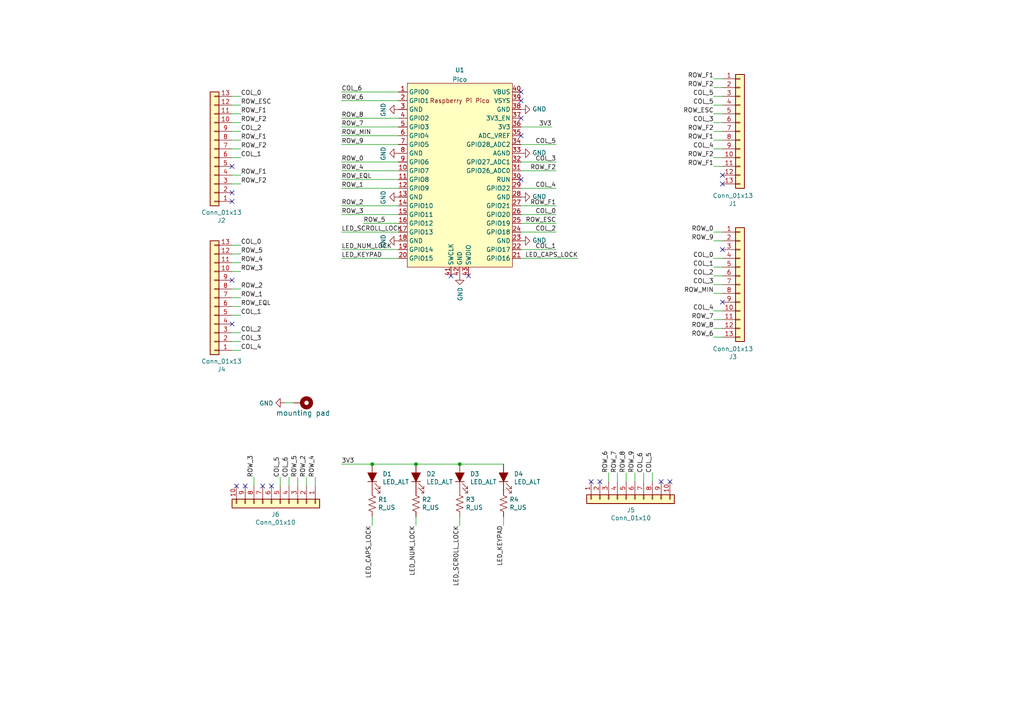
<source format=kicad_sch>
(kicad_sch (version 20211123) (generator eeschema)
  (paper "A4")
  (lib_symbols
    (symbol "MCU_RaspberryPi_and_Boards:Pico"
      (property "Reference" "U" (at -13.97 27.94 0))
      (property "Value" "Pico" (at 0 19.05 0))
      (symbol "Pico_0_0"
        (text "Raspberry Pi Pico" (at 0 21.59 0) (effects (font (size 1.27 1.27))))
      )
      (symbol "Pico_0_1"
        (rectangle (start -15.24 26.67) (end 15.24 -26.67) (fill (type background)))
      )
      (symbol "Pico_1_1"
        (pin bidirectional line (at -17.78 24.13 0) (length 2.54) (name "GPIO0") (number "1"))
        (pin bidirectional line (at -17.78 1.27 0) (length 2.54) (name "GPIO7") (number "10"))
        (pin bidirectional line (at -17.78 -1.27 0) (length 2.54) (name "GPIO8") (number "11"))
        (pin bidirectional line (at -17.78 -3.81 0) (length 2.54) (name "GPIO9") (number "12"))
        (pin power_in line (at -17.78 -6.35 0) (length 2.54) (name "GND") (number "13"))
        (pin bidirectional line (at -17.78 -8.89 0) (length 2.54) (name "GPIO10") (number "14"))
        (pin bidirectional line (at -17.78 -11.43 0) (length 2.54) (name "GPIO11") (number "15"))
        (pin bidirectional line (at -17.78 -13.97 0) (length 2.54) (name "GPIO12") (number "16"))
        (pin bidirectional line (at -17.78 -16.51 0) (length 2.54) (name "GPIO13") (number "17"))
        (pin power_in line (at -17.78 -19.05 0) (length 2.54) (name "GND") (number "18"))
        (pin bidirectional line (at -17.78 -21.59 0) (length 2.54) (name "GPIO14") (number "19"))
        (pin bidirectional line (at -17.78 21.59 0) (length 2.54) (name "GPIO1") (number "2"))
        (pin bidirectional line (at -17.78 -24.13 0) (length 2.54) (name "GPIO15") (number "20"))
        (pin bidirectional line (at 17.78 -24.13 180) (length 2.54) (name "GPIO16") (number "21"))
        (pin bidirectional line (at 17.78 -21.59 180) (length 2.54) (name "GPIO17") (number "22"))
        (pin power_in line (at 17.78 -19.05 180) (length 2.54) (name "GND") (number "23"))
        (pin bidirectional line (at 17.78 -16.51 180) (length 2.54) (name "GPIO18") (number "24"))
        (pin bidirectional line (at 17.78 -13.97 180) (length 2.54) (name "GPIO19") (number "25"))
        (pin bidirectional line (at 17.78 -11.43 180) (length 2.54) (name "GPIO20") (number "26"))
        (pin bidirectional line (at 17.78 -8.89 180) (length 2.54) (name "GPIO21") (number "27"))
        (pin power_in line (at 17.78 -6.35 180) (length 2.54) (name "GND") (number "28"))
        (pin bidirectional line (at 17.78 -3.81 180) (length 2.54) (name "GPIO22") (number "29"))
        (pin power_in line (at -17.78 19.05 0) (length 2.54) (name "GND") (number "3"))
        (pin input line (at 17.78 -1.27 180) (length 2.54) (name "RUN") (number "30"))
        (pin bidirectional line (at 17.78 1.27 180) (length 2.54) (name "GPIO26_ADC0") (number "31"))
        (pin bidirectional line (at 17.78 3.81 180) (length 2.54) (name "GPIO27_ADC1") (number "32"))
        (pin power_in line (at 17.78 6.35 180) (length 2.54) (name "AGND") (number "33"))
        (pin bidirectional line (at 17.78 8.89 180) (length 2.54) (name "GPIO28_ADC2") (number "34"))
        (pin power_in line (at 17.78 11.43 180) (length 2.54) (name "ADC_VREF") (number "35"))
        (pin power_in line (at 17.78 13.97 180) (length 2.54) (name "3V3") (number "36"))
        (pin input line (at 17.78 16.51 180) (length 2.54) (name "3V3_EN") (number "37"))
        (pin bidirectional line (at 17.78 19.05 180) (length 2.54) (name "GND") (number "38"))
        (pin power_in line (at 17.78 21.59 180) (length 2.54) (name "VSYS") (number "39"))
        (pin bidirectional line (at -17.78 16.51 0) (length 2.54) (name "GPIO2") (number "4"))
        (pin power_in line (at 17.78 24.13 180) (length 2.54) (name "VBUS") (number "40"))
        (pin input line (at -2.54 -29.21 90) (length 2.54) (name "SWCLK") (number "41"))
        (pin power_in line (at 0 -29.21 90) (length 2.54) (name "GND") (number "42"))
        (pin bidirectional line (at 2.54 -29.21 90) (length 2.54) (name "SWDIO") (number "43"))
        (pin bidirectional line (at -17.78 13.97 0) (length 2.54) (name "GPIO3") (number "5"))
        (pin bidirectional line (at -17.78 11.43 0) (length 2.54) (name "GPIO4") (number "6"))
        (pin bidirectional line (at -17.78 8.89 0) (length 2.54) (name "GPIO5") (number "7"))
        (pin power_in line (at -17.78 6.35 0) (length 2.54) (name "GND") (number "8"))
        (pin bidirectional line (at -17.78 3.81 0) (length 2.54) (name "GPIO6") (number "9"))
      )
    )
    (symbol "Mechanical:MountingHole_Pad" (pin_numbers hide) (pin_names (offset 1.016) hide)
      (property "Reference" "H" (at 0 6.35 0))
      (property "Value" "MountingHole_Pad" (at 0 4.445 0))
      (symbol "MountingHole_Pad_0_1"
        (circle (center 0 1.27) (radius 1.27) (stroke (width 1.27)))
      )
      (symbol "MountingHole_Pad_1_1"
        (pin input line (at 0 -2.54 90) (length 2.54) (name "1") (number "1"))
      )
    )
    (symbol "kicad_port-rescue:Conn_01x10-Connector_Generic" (pin_names (offset 1.016) hide)
      (property "Reference" "J" (at 0 12.7 0))
      (property "Value" "kicad_port-rescue_Conn_01x10-Connector_Generic" (at 0 -15.24 0))
      (symbol "Conn_01x10-Connector_Generic_1_1"
        (rectangle (start -1.27 -12.573) (end 0 -12.827) (stroke (width 0.1524)))
        (rectangle (start -1.27 -10.033) (end 0 -10.287) (stroke (width 0.1524)))
        (rectangle (start -1.27 -7.493) (end 0 -7.747) (stroke (width 0.1524)))
        (rectangle (start -1.27 -4.953) (end 0 -5.207) (stroke (width 0.1524)))
        (rectangle (start -1.27 -2.413) (end 0 -2.667) (stroke (width 0.1524)))
        (rectangle (start -1.27 0.127) (end 0 -0.127) (stroke (width 0.1524)))
        (rectangle (start -1.27 2.667) (end 0 2.413) (stroke (width 0.1524)))
        (rectangle (start -1.27 5.207) (end 0 4.953) (stroke (width 0.1524)))
        (rectangle (start -1.27 7.747) (end 0 7.493) (stroke (width 0.1524)))
        (rectangle (start -1.27 10.287) (end 0 10.033) (stroke (width 0.1524)))
        (rectangle (start -1.27 11.43) (end 1.27 -13.97) (stroke (width 0.254)) (fill (type background)))
        (pin passive line (at -5.08 10.16 0) (length 3.81) (name "Pin_1") (number "1"))
        (pin passive line (at -5.08 -12.7 0) (length 3.81) (name "Pin_10") (number "10"))
        (pin passive line (at -5.08 7.62 0) (length 3.81) (name "Pin_2") (number "2"))
        (pin passive line (at -5.08 5.08 0) (length 3.81) (name "Pin_3") (number "3"))
        (pin passive line (at -5.08 2.54 0) (length 3.81) (name "Pin_4") (number "4"))
        (pin passive line (at -5.08 0 0) (length 3.81) (name "Pin_5") (number "5"))
        (pin passive line (at -5.08 -2.54 0) (length 3.81) (name "Pin_6") (number "6"))
        (pin passive line (at -5.08 -5.08 0) (length 3.81) (name "Pin_7") (number "7"))
        (pin passive line (at -5.08 -7.62 0) (length 3.81) (name "Pin_8") (number "8"))
        (pin passive line (at -5.08 -10.16 0) (length 3.81) (name "Pin_9") (number "9"))
      )
    )
    (symbol "kicad_port-rescue:Conn_01x13-Connector_Generic" (pin_names (offset 1.016) hide)
      (property "Reference" "J" (at 0 17.78 0))
      (property "Value" "kicad_port-rescue_Conn_01x13-Connector_Generic" (at 0 -17.78 0))
      (symbol "Conn_01x13-Connector_Generic_1_1"
        (rectangle (start -1.27 -15.113) (end 0 -15.367) (stroke (width 0.1524)))
        (rectangle (start -1.27 -12.573) (end 0 -12.827) (stroke (width 0.1524)))
        (rectangle (start -1.27 -10.033) (end 0 -10.287) (stroke (width 0.1524)))
        (rectangle (start -1.27 -7.493) (end 0 -7.747) (stroke (width 0.1524)))
        (rectangle (start -1.27 -4.953) (end 0 -5.207) (stroke (width 0.1524)))
        (rectangle (start -1.27 -2.413) (end 0 -2.667) (stroke (width 0.1524)))
        (rectangle (start -1.27 0.127) (end 0 -0.127) (stroke (width 0.1524)))
        (rectangle (start -1.27 2.667) (end 0 2.413) (stroke (width 0.1524)))
        (rectangle (start -1.27 5.207) (end 0 4.953) (stroke (width 0.1524)))
        (rectangle (start -1.27 7.747) (end 0 7.493) (stroke (width 0.1524)))
        (rectangle (start -1.27 10.287) (end 0 10.033) (stroke (width 0.1524)))
        (rectangle (start -1.27 12.827) (end 0 12.573) (stroke (width 0.1524)))
        (rectangle (start -1.27 15.367) (end 0 15.113) (stroke (width 0.1524)))
        (rectangle (start -1.27 16.51) (end 1.27 -16.51) (stroke (width 0.254)) (fill (type background)))
        (pin passive line (at -5.08 15.24 0) (length 3.81) (name "Pin_1") (number "1"))
        (pin passive line (at -5.08 -7.62 0) (length 3.81) (name "Pin_10") (number "10"))
        (pin passive line (at -5.08 -10.16 0) (length 3.81) (name "Pin_11") (number "11"))
        (pin passive line (at -5.08 -12.7 0) (length 3.81) (name "Pin_12") (number "12"))
        (pin passive line (at -5.08 -15.24 0) (length 3.81) (name "Pin_13") (number "13"))
        (pin passive line (at -5.08 12.7 0) (length 3.81) (name "Pin_2") (number "2"))
        (pin passive line (at -5.08 10.16 0) (length 3.81) (name "Pin_3") (number "3"))
        (pin passive line (at -5.08 7.62 0) (length 3.81) (name "Pin_4") (number "4"))
        (pin passive line (at -5.08 5.08 0) (length 3.81) (name "Pin_5") (number "5"))
        (pin passive line (at -5.08 2.54 0) (length 3.81) (name "Pin_6") (number "6"))
        (pin passive line (at -5.08 0 0) (length 3.81) (name "Pin_7") (number "7"))
        (pin passive line (at -5.08 -2.54 0) (length 3.81) (name "Pin_8") (number "8"))
        (pin passive line (at -5.08 -5.08 0) (length 3.81) (name "Pin_9") (number "9"))
      )
    )
    (symbol "kicad_port-rescue:GND-power" (power) (pin_names (offset 0))
      (property "Value" "kicad_port-rescue_GND-power" (at 0 -3.81 0))
      (symbol "GND-power_0_1"
        (polyline (pts (xy 0 0) (xy 0 -1.27) (xy 1.27 -1.27) (xy 0 -2.54) (xy -1.27 -1.27) (xy 0 -1.27)))
      )
      (symbol "GND-power_1_1"
        (pin power_in line (at 0 0 270) (length 0) hide (name "GND") (number "1"))
      )
    )
    (symbol "kicad_port-rescue:LED_ALT-Device" (pin_numbers hide) (pin_names (offset 1.016) hide)
      (property "Reference" "D" (at 0 2.54 0))
      (property "Value" "kicad_port-rescue_LED_ALT-Device" (at 0 -2.54 0))
      (symbol "LED_ALT-Device_0_1"
        (polyline (pts (xy -1.27 -1.27) (xy -1.27 1.27)) (stroke (width 0.2032)))
        (polyline (pts (xy -1.27 0) (xy 1.27 0)))
        (polyline (pts (xy 1.27 -1.27) (xy 1.27 1.27) (xy -1.27 0) (xy 1.27 -1.27)) (stroke (width 0.2032)) (fill (type outline)))
        (polyline (pts (xy -3.048 -0.762) (xy -4.572 -2.286) (xy -3.81 -2.286) (xy -4.572 -2.286) (xy -4.572 -1.524)))
        (polyline (pts (xy -1.778 -0.762) (xy -3.302 -2.286) (xy -2.54 -2.286) (xy -3.302 -2.286) (xy -3.302 -1.524)))
      )
      (symbol "LED_ALT-Device_1_1"
        (pin passive line (at -3.81 0 0) (length 2.54) (name "K") (number "1"))
        (pin passive line (at 3.81 0 180) (length 2.54) (name "A") (number "2"))
      )
    )
    (symbol "kicad_port-rescue:R_US-Device" (pin_numbers hide) (pin_names (offset 0))
      (property "Reference" "R" (at 2.54 0 90))
      (property "Value" "kicad_port-rescue_R_US-Device" (at -2.54 0 90))
      (symbol "R_US-Device_0_1"
        (polyline (pts (xy 0 -2.286) (xy 0 -2.54)))
        (polyline (pts (xy 0 2.286) (xy 0 2.54)))
        (polyline (pts (xy 0 -0.762) (xy 1.016 -1.143) (xy 0 -1.524) (xy -1.016 -1.905) (xy 0 -2.286)))
        (polyline (pts (xy 0 0.762) (xy 1.016 0.381) (xy 0 0) (xy -1.016 -0.381) (xy 0 -0.762)))
        (polyline (pts (xy 0 2.286) (xy 1.016 1.905) (xy 0 1.524) (xy -1.016 1.143) (xy 0 0.762)))
      )
      (symbol "R_US-Device_1_1"
        (pin passive line (at 0 3.81 270) (length 1.27) (name "~") (number "1"))
        (pin passive line (at 0 -3.81 90) (length 1.27) (name "~") (number "2"))
      )
    )
    (symbol "power:GND" (power) (pin_names (offset 0))
      (property "Value" "GND" (at 0 -3.81 0))
      (symbol "GND_0_1"
        (polyline (pts (xy 0 0) (xy 0 -1.27) (xy 1.27 -1.27) (xy 0 -2.54) (xy -1.27 -1.27) (xy 0 -1.27)))
      )
      (symbol "GND_1_1"
        (pin power_in line (at 0 0 270) (length 0) hide (name "GND") (number "1"))
      )
    )
  )
  (junction (at 133.35 134.62))
  (junction (at 120.65 134.62))
  (junction (at 107.95 134.62))
  (no_connect (at 78.74 140.97))
  (no_connect (at 67.31 58.42))
  (no_connect (at 67.31 81.28))
  (no_connect (at 67.31 55.88))
  (no_connect (at 209.55 87.63))
  (no_connect (at 76.2 140.97))
  (no_connect (at 209.55 53.34))
  (no_connect (at 209.55 50.8))
  (no_connect (at 67.31 48.26))
  (no_connect (at 171.45 139.7))
  (no_connect (at 68.58 140.97))
  (no_connect (at 67.31 93.98))
  (no_connect (at 191.77 139.7))
  (no_connect (at 151.13 39.37))
  (no_connect (at 151.13 52.07))
  (no_connect (at 130.81 80.01))
  (no_connect (at 135.89 80.01))
  (no_connect (at 151.13 26.67))
  (no_connect (at 151.13 29.21))
  (no_connect (at 151.13 34.29))
  (no_connect (at 71.12 140.97))
  (no_connect (at 194.31 139.7))
  (no_connect (at 209.55 72.39))
  (no_connect (at 173.99 139.7))
  (wire (pts (xy 151.13 59.69) (xy 161.29 59.69)))
  (wire (pts (xy 67.31 96.52) (xy 69.85 96.52)))
  (wire (pts (xy 99.06 49.53) (xy 115.57 49.53)))
  (wire (pts (xy 207.01 43.18) (xy 209.55 43.18)))
  (wire (pts (xy 67.31 99.06) (xy 69.85 99.06)))
  (wire (pts (xy 67.31 91.44) (xy 69.85 91.44)))
  (wire (pts (xy 107.95 134.62) (xy 120.65 134.62)))
  (wire (pts (xy 88.9 140.97) (xy 88.9 138.43)))
  (wire (pts (xy 151.13 72.39) (xy 161.29 72.39)))
  (wire (pts (xy 151.13 54.61) (xy 161.29 54.61)))
  (wire (pts (xy 67.31 45.72) (xy 69.85 45.72)))
  (wire (pts (xy 115.57 64.77) (xy 105.41 64.77)))
  (wire (pts (xy 207.01 85.09) (xy 209.55 85.09)))
  (wire (pts (xy 207.01 45.72) (xy 209.55 45.72)))
  (wire (pts (xy 73.66 140.97) (xy 73.66 138.43)))
  (wire (pts (xy 133.35 134.62) (xy 146.05 134.62)))
  (wire (pts (xy 207.01 97.79) (xy 209.55 97.79)))
  (wire (pts (xy 133.35 152.4) (xy 133.35 149.86)))
  (wire (pts (xy 151.13 46.99) (xy 161.29 46.99)))
  (wire (pts (xy 151.13 62.23) (xy 161.29 62.23)))
  (wire (pts (xy 67.31 50.8) (xy 69.85 50.8)))
  (wire (pts (xy 207.01 92.71) (xy 209.55 92.71)))
  (wire (pts (xy 83.82 140.97) (xy 83.82 138.43)))
  (wire (pts (xy 120.65 134.62) (xy 133.35 134.62)))
  (wire (pts (xy 67.31 40.64) (xy 69.85 40.64)))
  (wire (pts (xy 151.13 41.91) (xy 161.29 41.91)))
  (wire (pts (xy 67.31 38.1) (xy 69.85 38.1)))
  (wire (pts (xy 67.31 43.18) (xy 69.85 43.18)))
  (wire (pts (xy 207.01 82.55) (xy 209.55 82.55)))
  (wire (pts (xy 186.69 139.7) (xy 186.69 137.16)))
  (wire (pts (xy 81.28 140.97) (xy 81.28 138.43)))
  (wire (pts (xy 207.01 69.85) (xy 209.55 69.85)))
  (wire (pts (xy 151.13 64.77) (xy 161.29 64.77)))
  (wire (pts (xy 181.61 139.7) (xy 181.61 137.16)))
  (wire (pts (xy 207.01 74.93) (xy 209.55 74.93)))
  (wire (pts (xy 67.31 33.02) (xy 69.85 33.02)))
  (wire (pts (xy 67.31 83.82) (xy 69.85 83.82)))
  (wire (pts (xy 167.64 74.93) (xy 151.13 74.93)))
  (wire (pts (xy 146.05 152.4) (xy 146.05 149.86)))
  (wire (pts (xy 67.31 78.74) (xy 69.85 78.74)))
  (wire (pts (xy 151.13 49.53) (xy 161.29 49.53)))
  (wire (pts (xy 99.06 72.39) (xy 115.57 72.39)))
  (wire (pts (xy 115.57 46.99) (xy 99.06 46.99)))
  (wire (pts (xy 99.06 74.93) (xy 115.57 74.93)))
  (wire (pts (xy 160.02 36.83) (xy 151.13 36.83)))
  (wire (pts (xy 207.01 67.31) (xy 209.55 67.31)))
  (wire (pts (xy 67.31 53.34) (xy 69.85 53.34)))
  (wire (pts (xy 99.06 54.61) (xy 115.57 54.61)))
  (wire (pts (xy 207.01 90.17) (xy 209.55 90.17)))
  (wire (pts (xy 207.01 95.25) (xy 209.55 95.25)))
  (wire (pts (xy 207.01 40.64) (xy 209.55 40.64)))
  (wire (pts (xy 151.13 67.31) (xy 161.29 67.31)))
  (wire (pts (xy 207.01 48.26) (xy 209.55 48.26)))
  (wire (pts (xy 99.06 62.23) (xy 115.57 62.23)))
  (wire (pts (xy 67.31 35.56) (xy 69.85 35.56)))
  (wire (pts (xy 86.36 140.97) (xy 86.36 138.43)))
  (wire (pts (xy 67.31 86.36) (xy 69.85 86.36)))
  (wire (pts (xy 207.01 27.94) (xy 209.55 27.94)))
  (wire (pts (xy 99.06 41.91) (xy 115.57 41.91)))
  (wire (pts (xy 99.06 34.29) (xy 115.57 34.29)))
  (wire (pts (xy 176.53 139.7) (xy 176.53 137.16)))
  (wire (pts (xy 67.31 88.9) (xy 69.85 88.9)))
  (wire (pts (xy 207.01 30.48) (xy 209.55 30.48)))
  (wire (pts (xy 99.06 39.37) (xy 115.57 39.37)))
  (wire (pts (xy 207.01 25.4) (xy 209.55 25.4)))
  (wire (pts (xy 99.06 134.62) (xy 107.95 134.62)))
  (wire (pts (xy 107.95 152.4) (xy 107.95 149.86)))
  (wire (pts (xy 91.44 140.97) (xy 91.44 138.43)))
  (wire (pts (xy 207.01 38.1) (xy 209.55 38.1)))
  (wire (pts (xy 99.06 26.67) (xy 115.57 26.67)))
  (wire (pts (xy 67.31 27.94) (xy 69.85 27.94)))
  (wire (pts (xy 67.31 101.6) (xy 69.85 101.6)))
  (wire (pts (xy 189.23 139.7) (xy 189.23 137.16)))
  (wire (pts (xy 99.06 36.83) (xy 115.57 36.83)))
  (wire (pts (xy 67.31 73.66) (xy 69.85 73.66)))
  (wire (pts (xy 99.06 67.31) (xy 115.57 67.31)))
  (wire (pts (xy 67.31 71.12) (xy 69.85 71.12)))
  (wire (pts (xy 207.01 77.47) (xy 209.55 77.47)))
  (wire (pts (xy 179.07 139.7) (xy 179.07 137.16)))
  (wire (pts (xy 207.01 33.02) (xy 209.55 33.02)))
  (wire (pts (xy 184.15 139.7) (xy 184.15 137.16)))
  (wire (pts (xy 99.06 29.21) (xy 115.57 29.21)))
  (wire (pts (xy 207.01 80.01) (xy 209.55 80.01)))
  (wire (pts (xy 67.31 76.2) (xy 69.85 76.2)))
  (wire (pts (xy 67.31 30.48) (xy 69.85 30.48)))
  (wire (pts (xy 99.06 52.07) (xy 115.57 52.07)))
  (wire (pts (xy 207.01 22.86) (xy 209.55 22.86)))
  (wire (pts (xy 120.65 152.4) (xy 120.65 149.86)))
  (wire (pts (xy 99.06 59.69) (xy 115.57 59.69)))
  (wire (pts (xy 207.01 35.56) (xy 209.55 35.56)))
  (wire (pts (xy 82.55 116.84) (xy 85.09 116.84)))
  (label "COL_2" (at 69.85 38.1 0))
  (label "LED_SCROLL_LOCK" (at 99.06 67.31 0))
  (label "ROW_5" (at 69.85 73.66 0))
  (label "ROW_ESC" (at 69.85 30.48 0))
  (label "COL_4" (at 69.85 101.6 0))
  (label "ROW_F2" (at 69.85 53.34 0))
  (label "COL_3" (at 161.29 46.99 180))
  (label "LED_NUM_LOCK" (at 120.65 152.4 270))
  (label "ROW_F2" (at 69.85 35.56 0))
  (label "COL_6" (at 83.82 138.43 90))
  (label "COL_2" (at 207.01 80.01 180))
  (label "ROW_9" (at 207.01 69.85 180))
  (label "COL_1" (at 207.01 77.47 180))
  (label "COL_3" (at 207.01 35.56 180))
  (label "COL_4" (at 161.29 54.61 180))
  (label "ROW_9" (at 99.06 41.91 0))
  (label "ROW_F1" (at 207.01 22.86 180))
  (label "ROW_F1" (at 69.85 50.8 0))
  (label "ROW_F1" (at 69.85 40.64 0))
  (label "ROW_2" (at 88.9 138.43 90))
  (label "ROW_1" (at 99.06 54.61 0))
  (label "COL_5" (at 207.01 30.48 180))
  (label "ROW_6" (at 207.01 97.79 180))
  (label "COL_0" (at 161.29 62.23 180))
  (label "COL_3" (at 207.01 82.55 180))
  (label "3V3" (at 160.02 36.83 180))
  (label "3V3" (at 99.06 134.62 0))
  (label "ROW_8" (at 207.01 95.25 180))
  (label "ROW_F1" (at 161.29 59.69 180))
  (label "ROW_6" (at 176.53 137.16 90))
  (label "COL_6" (at 186.69 137.16 90))
  (label "ROW_EQL" (at 99.06 52.07 0))
  (label "COL_6" (at 99.06 26.67 0))
  (label "ROW_7" (at 207.01 92.71 180))
  (label "LED_KEYPAD" (at 99.06 74.93 0))
  (label "COL_5" (at 189.23 137.16 90))
  (label "ROW_5" (at 105.41 64.77 0))
  (label "ROW_F1" (at 69.85 33.02 0))
  (label "ROW_MIN" (at 99.06 39.37 0))
  (label "COL_1" (at 161.29 72.39 180))
  (label "ROW_2" (at 69.85 83.82 0))
  (label "ROW_0" (at 99.06 46.99 0))
  (label "ROW_F2" (at 207.01 38.1 180))
  (label "COL_3" (at 69.85 99.06 0))
  (label "ROW_7" (at 99.06 36.83 0))
  (label "ROW_F1" (at 207.01 40.64 180))
  (label "ROW_EQL" (at 69.85 88.9 0))
  (label "LED_NUM_LOCK" (at 99.06 72.39 0))
  (label "ROW_3" (at 99.06 62.23 0))
  (label "LED_CAPS_LOCK" (at 167.64 74.93 180))
  (label "ROW_ESC" (at 161.29 64.77 180))
  (label "ROW_9" (at 184.15 137.16 90))
  (label "ROW_2" (at 99.06 59.69 0))
  (label "ROW_0" (at 207.01 67.31 180))
  (label "LED_CAPS_LOCK" (at 107.95 152.4 270))
  (label "ROW_6" (at 99.06 29.21 0))
  (label "ROW_F1" (at 207.01 48.26 180))
  (label "ROW_MIN" (at 207.01 85.09 180))
  (label "COL_5" (at 161.29 41.91 180))
  (label "ROW_8" (at 181.61 137.16 90))
  (label "ROW_F2" (at 161.29 49.53 180))
  (label "ROW_ESC" (at 207.01 33.02 180))
  (label "LED_KEYPAD" (at 146.05 152.4 270))
  (label "ROW_3" (at 73.66 138.43 90))
  (label "LED_SCROLL_LOCK" (at 133.35 152.4 270))
  (label "COL_4" (at 207.01 43.18 180))
  (label "COL_1" (at 69.85 91.44 0))
  (label "ROW_F2" (at 207.01 25.4 180))
  (label "COL_5" (at 207.01 27.94 180))
  (label "ROW_F2" (at 207.01 45.72 180))
  (label "ROW_1" (at 69.85 86.36 0))
  (label "ROW_8" (at 99.06 34.29 0))
  (label "COL_1" (at 69.85 45.72 0))
  (label "ROW_3" (at 69.85 78.74 0))
  (label "COL_0" (at 69.85 27.94 0))
  (label "ROW_4" (at 69.85 76.2 0))
  (label "ROW_4" (at 99.06 49.53 0))
  (label "COL_4" (at 207.01 90.17 180))
  (label "COL_2" (at 161.29 67.31 180))
  (label "ROW_F2" (at 69.85 43.18 0))
  (label "COL_5" (at 81.28 138.43 90))
  (label "COL_2" (at 69.85 96.52 0))
  (label "COL_0" (at 69.85 71.12 0))
  (label "ROW_5" (at 86.36 138.43 90))
  (label "COL_0" (at 207.01 74.93 180))
  (label "ROW_7" (at 179.07 137.16 90))
  (label "ROW_4" (at 91.44 138.43 90))
  (symbol (lib_id "kicad_port-rescue:Conn_01x13-Connector_Generic") (at 62.23 86.36 180) (unit 1)
    (property "Reference" "J4" (at 64.262 107.1118 0))
    (property "Value" "Conn_01x13" (at 64.262 104.8004 0))
    (property "Footprint" "kinesisMod_board_connectors:Molex_039532134" (effects hide))
  )
  (symbol (lib_id "kicad_port-rescue:Conn_01x13-Connector_Generic") (at 214.63 82.55 0) (unit 1)
    (property "Reference" "J3" (at 212.5726 103.505 0))
    (property "Value" "Conn_01x13" (at 212.5726 101.1936 0))
    (property "Footprint" "kinesisMod_board_connectors:Molex_039532134" (effects hide))
  )
  (symbol (lib_id "kicad_port-rescue:Conn_01x10-Connector_Generic") (at 81.28 146.05 270) (unit 1)
    (property "Reference" "J6" (at 79.9084 149.1996 90))
    (property "Value" "Conn_01x10" (at 79.9084 151.511 90))
    (property "Footprint" "Pin_Headers:Pin_Header_Straight_1x10_Pitch2.54mm" (effects hide))
  )
  (symbol (lib_id "kicad_port-rescue:Conn_01x10-Connector_Generic") (at 181.61 144.78 90) (mirror x) (unit 1)
    (property "Reference" "J5" (at 182.9816 147.9296 90))
    (property "Value" "Conn_01x10" (at 182.9816 150.241 90))
    (property "Footprint" "Pin_Headers:Pin_Header_Straight_1x10_Pitch2.54mm" (effects hide))
  )
  (symbol (lib_id "kicad_port-rescue:Conn_01x13-Connector_Generic") (at 62.23 43.18 180) (unit 1)
    (property "Reference" "J2" (at 64.262 63.9318 0))
    (property "Value" "Conn_01x13" (at 64.262 61.6204 0))
    (property "Footprint" "kinesisMod_board_connectors:Molex_0039532135" (effects hide))
  )
  (symbol (lib_id "kicad_port-rescue:Conn_01x13-Connector_Generic") (at 214.63 38.1 0) (unit 1)
    (property "Reference" "J1" (at 212.5726 59.055 0))
    (property "Value" "Conn_01x13" (at 212.5726 56.7436 0))
    (property "Footprint" "kinesisMod_board_connectors:Molex_0039532135" (effects hide))
  )
  (symbol (lib_id "kicad_port-rescue:LED_ALT-Device") (at 107.95 138.43 90) (unit 1)
    (property "Reference" "D1" (at 110.9472 137.4648 90) (effects (justify right)))
    (property "Value" "LED_ALT" (at 110.9472 139.7762 90) (effects (justify right)))
    (property "Footprint" "LED_THT:LED_D3.0mm" (effects hide))
  )
  (symbol (lib_id "kicad_port-rescue:LED_ALT-Device") (at 120.65 138.43 90) (unit 1)
    (property "Reference" "D2" (at 123.6472 137.4648 90) (effects (justify right)))
    (property "Value" "LED_ALT" (at 123.6472 139.7762 90) (effects (justify right)))
    (property "Footprint" "LED_THT:LED_D3.0mm" (effects hide))
  )
  (symbol (lib_id "kicad_port-rescue:LED_ALT-Device") (at 133.35 138.43 90) (unit 1)
    (property "Reference" "D3" (at 136.3472 137.4648 90) (effects (justify right)))
    (property "Value" "LED_ALT" (at 136.3472 139.7762 90) (effects (justify right)))
    (property "Footprint" "LED_THT:LED_D3.0mm" (effects hide))
  )
  (symbol (lib_id "kicad_port-rescue:LED_ALT-Device") (at 146.05 138.43 90) (unit 1)
    (property "Reference" "D4" (at 149.0472 137.4648 90) (effects (justify right)))
    (property "Value" "LED_ALT" (at 149.0472 139.7762 90) (effects (justify right)))
    (property "Footprint" "LED_THT:LED_D3.0mm" (effects hide))
  )
  (symbol (lib_id "kicad_port-rescue:R_US-Device") (at 120.65 146.05 0) (unit 1)
    (property "Reference" "R2" (at 122.3772 144.8816 0) (effects (justify left)))
    (property "Value" "R_US" (at 122.3772 147.193 0) (effects (justify left)))
    (property "Footprint" "Resistor_THT:R_Axial_DIN0204_L3.6mm_D1.6mm_P5.08mm_Horizontal" (effects hide))
  )
  (symbol (lib_id "kicad_port-rescue:R_US-Device") (at 107.95 146.05 0) (unit 1)
    (property "Reference" "R1" (at 109.6772 144.8816 0) (effects (justify left)))
    (property "Value" "R_US" (at 109.6772 147.193 0) (effects (justify left)))
    (property "Footprint" "Resistor_THT:R_Axial_DIN0204_L3.6mm_D1.6mm_P5.08mm_Horizontal" (effects hide))
  )
  (symbol (lib_id "kicad_port-rescue:R_US-Device") (at 133.35 146.05 0) (unit 1)
    (property "Reference" "R3" (at 135.0772 144.8816 0) (effects (justify left)))
    (property "Value" "R_US" (at 135.0772 147.193 0) (effects (justify left)))
    (property "Footprint" "Resistor_THT:R_Axial_DIN0204_L3.6mm_D1.6mm_P5.08mm_Horizontal" (effects hide))
  )
  (symbol (lib_id "kicad_port-rescue:R_US-Device") (at 146.05 146.05 0) (unit 1)
    (property "Reference" "R4" (at 147.7772 144.8816 0) (effects (justify left)))
    (property "Value" "R_US" (at 147.7772 147.193 0) (effects (justify left)))
    (property "Footprint" "Resistor_THT:R_Axial_DIN0204_L3.6mm_D1.6mm_P5.08mm_Horizontal" (effects hide))
  )
  (symbol (lib_id "kicad_port-rescue:GND-power") (at 115.57 69.85 270) (unit 1)
    (property "Reference" "#PWR0106" (effects hide))
    (property "Value" "GND" (at 111.1758 69.977 0))
  )
  (symbol (lib_id "kicad_port-rescue:GND-power") (at 133.35 80.01 0) (unit 1)
    (property "Reference" "#PWR0108" (effects hide))
    (property "Value" "GND" (at 133.477 83.2612 90) (effects (justify right)))
  )
  (symbol (lib_id "kicad_port-rescue:GND-power") (at 151.13 44.45 90) (unit 1)
    (property "Reference" "#PWR0109" (effects hide))
    (property "Value" "GND" (at 154.3812 44.323 90) (effects (justify right)))
  )
  (symbol (lib_id "Mechanical:MountingHole_Pad") (at 87.63 116.84 270) (unit 1)
    (property "Reference" "H1" (effects hide))
    (property "Value" "mounting pad" (at 80.01 120.65 90) (effects (font (size 1.4986 1.4986)) (justify left bottom)))
    (property "Footprint" "MountingHole:MountingHole_4.3mm_M4_Pad" (effects hide))
  )
  (symbol (lib_id "MCU_RaspberryPi_and_Boards:Pico") (at 133.35 50.8 0) (unit 1)
    (property "Reference" "U1" (at 133.35 20.2905 0))
    (property "Value" "Pico" (at 133.35 23.0656 0))
    (property "Footprint" "RPi_Pico:RPi_Pico_SMD_TH" (effects hide))
  )
  (symbol (lib_id "kicad_port-rescue:GND-power") (at 151.13 69.85 90) (unit 1)
    (property "Reference" "#PWR0107" (effects hide))
    (property "Value" "GND" (at 154.3812 69.723 90) (effects (justify right)))
  )
  (symbol (lib_id "kicad_port-rescue:GND-power") (at 151.13 31.75 90) (unit 1)
    (property "Reference" "#PWR0110" (effects hide))
    (property "Value" "GND" (at 154.3812 31.623 90) (effects (justify right)))
  )
  (symbol (lib_id "power:GND") (at 82.55 116.84 270) (unit 1)
    (property "Reference" "#PWR0101" (effects hide))
    (property "Value" "GND" (at 79.2988 116.967 90) (effects (justify right)))
  )
  (symbol (lib_id "kicad_port-rescue:GND-power") (at 115.57 44.45 270) (unit 1)
    (property "Reference" "#PWR0102" (effects hide))
    (property "Value" "GND" (at 111.1758 44.577 0))
  )
  (symbol (lib_id "kicad_port-rescue:GND-power") (at 115.57 31.75 270) (unit 1)
    (property "Reference" "#PWR0103" (effects hide))
    (property "Value" "GND" (at 111.1758 31.877 0))
  )
  (symbol (lib_id "kicad_port-rescue:GND-power") (at 151.13 57.15 90) (unit 1)
    (property "Reference" "#PWR0105" (effects hide))
    (property "Value" "GND" (at 154.3812 57.023 90) (effects (justify right)))
  )
  (symbol (lib_id "kicad_port-rescue:GND-power") (at 115.57 57.15 270) (unit 1)
    (property "Reference" "#PWR0104" (effects hide))
    (property "Value" "GND" (at 111.1758 57.277 0))
  )
)
</source>
